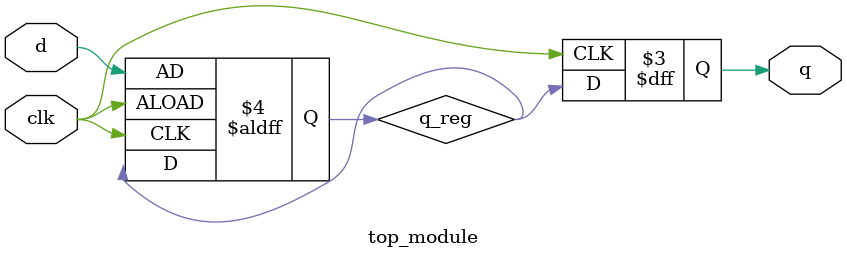
<source format=sv>
module top_module(
	input clk,
	input d,
	output reg q);
	
	reg q_reg;
	
	always @(posedge clk or negedge clk)
	begin
		if (clk)
			q_reg <= d;
	end
	
	always @(posedge clk)
	begin
		q <= q_reg;
	end
	
endmodule

</source>
